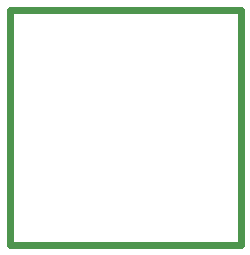
<source format=gbr>
G04 #@! TF.GenerationSoftware,KiCad,Pcbnew,5.1.5-52549c5~84~ubuntu18.04.1*
G04 #@! TF.CreationDate,2020-03-10T10:35:37+01:00*
G04 #@! TF.ProjectId,bm71_MODULE,626d3731-5f4d-44f4-9455-4c452e6b6963,rev?*
G04 #@! TF.SameCoordinates,Original*
G04 #@! TF.FileFunction,Profile,NP*
%FSLAX46Y46*%
G04 Gerber Fmt 4.6, Leading zero omitted, Abs format (unit mm)*
G04 Created by KiCad (PCBNEW 5.1.5-52549c5~84~ubuntu18.04.1) date 2020-03-10 10:35:37*
%MOMM*%
%LPD*%
G04 APERTURE LIST*
%ADD10C,0.600000*%
G04 APERTURE END LIST*
D10*
X135001000Y-88519000D02*
X154559000Y-88519000D01*
X135001000Y-68580000D02*
X135001000Y-88519000D01*
X154559000Y-68580000D02*
X135001000Y-68580000D01*
X154559000Y-88519000D02*
X154559000Y-68580000D01*
M02*

</source>
